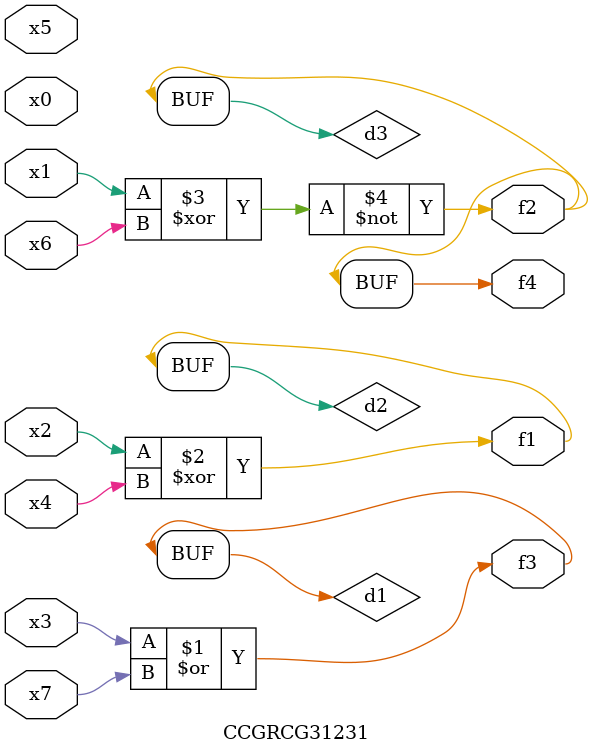
<source format=v>
module CCGRCG31231(
	input x0, x1, x2, x3, x4, x5, x6, x7,
	output f1, f2, f3, f4
);

	wire d1, d2, d3;

	or (d1, x3, x7);
	xor (d2, x2, x4);
	xnor (d3, x1, x6);
	assign f1 = d2;
	assign f2 = d3;
	assign f3 = d1;
	assign f4 = d3;
endmodule

</source>
